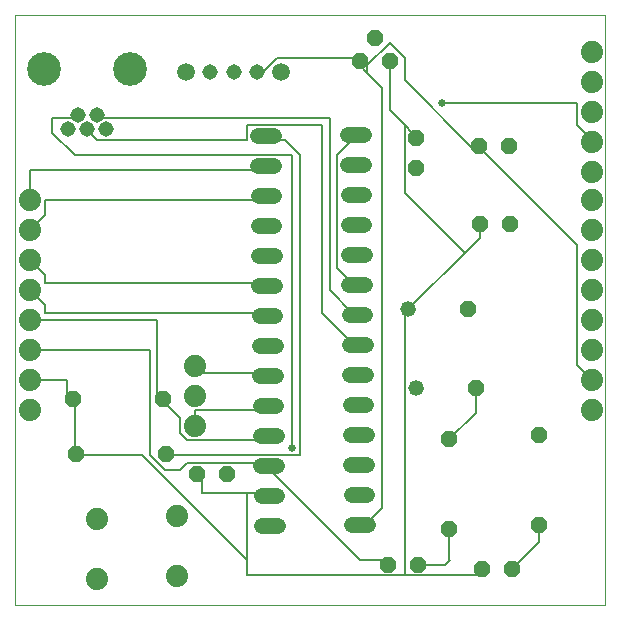
<source format=gtl>
G75*
%MOIN*%
%OFA0B0*%
%FSLAX25Y25*%
%IPPOS*%
%LPD*%
%AMOC8*
5,1,8,0,0,1.08239X$1,22.5*
%
%ADD10C,0.00000*%
%ADD11OC8,0.05200*%
%ADD12C,0.05200*%
%ADD13C,0.05150*%
%ADD14C,0.11220*%
%ADD15C,0.05200*%
%ADD16C,0.05937*%
%ADD17C,0.07400*%
%ADD18C,0.00600*%
%ADD19C,0.02578*%
D10*
X0006000Y0001300D02*
X0006000Y0198150D01*
X0202850Y0198150D01*
X0202850Y0001300D01*
X0006000Y0001300D01*
D11*
X0026445Y0051821D03*
X0025445Y0070135D03*
X0055445Y0070135D03*
X0056445Y0051821D03*
X0066685Y0044950D03*
X0076685Y0044950D03*
X0130555Y0014821D03*
X0140555Y0014821D03*
X0150795Y0026561D03*
X0161740Y0013265D03*
X0171740Y0013265D03*
X0180870Y0028006D03*
X0180870Y0058006D03*
X0159650Y0073635D03*
X0150795Y0056561D03*
X0156945Y0100061D03*
X0161185Y0128506D03*
X0171185Y0128506D03*
X0170870Y0154246D03*
X0160870Y0154246D03*
X0139630Y0157191D03*
X0139630Y0147191D03*
X0130945Y0182821D03*
X0125945Y0190321D03*
X0120945Y0182821D03*
D12*
X0136945Y0100061D03*
X0139650Y0073635D03*
D13*
X0036429Y0160002D03*
X0033280Y0164726D03*
X0030130Y0160002D03*
X0026980Y0164726D03*
X0023831Y0160002D03*
X0071051Y0179080D03*
X0078925Y0179080D03*
X0086799Y0179080D03*
D14*
X0044500Y0180080D03*
X0015760Y0180080D03*
D15*
X0087047Y0157592D02*
X0092247Y0157646D01*
X0092351Y0147647D02*
X0087152Y0147592D01*
X0087256Y0137593D02*
X0092456Y0137647D01*
X0092561Y0127648D02*
X0087361Y0127593D01*
X0087466Y0117594D02*
X0092665Y0117648D01*
X0092770Y0107649D02*
X0087570Y0107595D01*
X0087675Y0097595D02*
X0092875Y0097650D01*
X0092980Y0087650D02*
X0087780Y0087596D01*
X0087885Y0077596D02*
X0093084Y0077651D01*
X0093189Y0067651D02*
X0087989Y0067597D01*
X0088094Y0057597D02*
X0093294Y0057652D01*
X0093398Y0047652D02*
X0088199Y0047598D01*
X0088303Y0037598D02*
X0093503Y0037653D01*
X0093608Y0027653D02*
X0088408Y0027599D01*
X0118406Y0027913D02*
X0123606Y0027967D01*
X0123501Y0037967D02*
X0118302Y0037913D01*
X0118197Y0047912D02*
X0123397Y0047966D01*
X0123292Y0057966D02*
X0118092Y0057911D01*
X0117988Y0067911D02*
X0123187Y0067965D01*
X0123083Y0077965D02*
X0117883Y0077910D01*
X0117778Y0087910D02*
X0122978Y0087964D01*
X0122873Y0097964D02*
X0117673Y0097909D01*
X0117569Y0107909D02*
X0122768Y0107963D01*
X0122664Y0117963D02*
X0117464Y0117908D01*
X0117359Y0127908D02*
X0122559Y0127962D01*
X0122454Y0137961D02*
X0117255Y0137907D01*
X0117150Y0147906D02*
X0122350Y0147961D01*
X0122245Y0157960D02*
X0117045Y0157906D01*
D16*
X0094673Y0179080D03*
X0063177Y0179080D03*
D17*
X0011000Y0136300D03*
X0011000Y0126300D03*
X0011000Y0116300D03*
X0011000Y0106300D03*
X0011000Y0096300D03*
X0011000Y0086300D03*
X0011000Y0076300D03*
X0011000Y0066300D03*
X0033245Y0030131D03*
X0033245Y0010131D03*
X0059925Y0010895D03*
X0059925Y0030895D03*
X0066000Y0061191D03*
X0066000Y0071191D03*
X0066000Y0081191D03*
X0198500Y0076300D03*
X0198500Y0066300D03*
X0198500Y0086300D03*
X0198500Y0096300D03*
X0198500Y0106300D03*
X0198500Y0116300D03*
X0198500Y0126300D03*
X0198500Y0136300D03*
X0198500Y0145635D03*
X0198500Y0155635D03*
X0198500Y0165635D03*
X0198500Y0175635D03*
X0198500Y0185635D03*
D18*
X0193500Y0168800D02*
X0193500Y0161300D01*
X0198500Y0156300D01*
X0198500Y0155635D01*
X0193500Y0168800D02*
X0148500Y0168800D01*
X0138500Y0158800D02*
X0139630Y0157191D01*
X0138500Y0158800D02*
X0136000Y0161300D01*
X0136000Y0138800D01*
X0156000Y0118800D01*
X0138500Y0101300D01*
X0136945Y0100061D01*
X0136000Y0098800D01*
X0136000Y0011300D01*
X0161000Y0011300D01*
X0161740Y0013265D01*
X0171740Y0013265D02*
X0180870Y0022395D01*
X0180870Y0028006D01*
X0150795Y0026561D02*
X0150795Y0016505D01*
X0151000Y0016300D01*
X0149521Y0014821D01*
X0140555Y0014821D01*
X0136000Y0011300D02*
X0083500Y0011300D01*
X0083500Y0016300D01*
X0048500Y0051300D01*
X0028500Y0051300D01*
X0026445Y0051821D01*
X0026000Y0053800D01*
X0026000Y0068800D01*
X0025445Y0070135D01*
X0023500Y0071300D01*
X0023500Y0076300D01*
X0011000Y0076300D01*
X0011000Y0086300D02*
X0051000Y0086300D01*
X0051000Y0051300D01*
X0056000Y0046300D01*
X0061000Y0046300D01*
X0063500Y0048800D01*
X0088500Y0048800D01*
X0090799Y0047625D01*
X0091000Y0046300D01*
X0121000Y0016300D01*
X0128500Y0016300D01*
X0130555Y0014821D01*
X0123500Y0028800D02*
X0121006Y0027940D01*
X0123500Y0028800D02*
X0128500Y0033800D01*
X0128500Y0173800D01*
X0123500Y0178800D01*
X0123500Y0181300D01*
X0131000Y0188800D01*
X0136000Y0183800D01*
X0136000Y0176300D01*
X0158500Y0153800D01*
X0160870Y0154246D01*
X0161000Y0153800D01*
X0193500Y0121300D01*
X0193500Y0081300D01*
X0198500Y0076300D01*
X0159650Y0073635D02*
X0159650Y0065415D01*
X0150795Y0056561D01*
X0120378Y0087937D02*
X0118500Y0088800D01*
X0108500Y0098800D01*
X0108500Y0161300D01*
X0083500Y0161300D01*
X0083500Y0156300D01*
X0033500Y0156300D01*
X0031000Y0158800D01*
X0030130Y0160002D01*
X0033500Y0163800D02*
X0033280Y0164726D01*
X0033500Y0163800D02*
X0111000Y0163800D01*
X0111000Y0106300D01*
X0118500Y0098800D01*
X0120273Y0097936D01*
X0120169Y0107936D02*
X0118500Y0108800D01*
X0113500Y0113800D01*
X0113500Y0151300D01*
X0118500Y0156300D01*
X0119645Y0157933D01*
X0131000Y0166300D02*
X0131000Y0181300D01*
X0130945Y0182821D01*
X0123500Y0178800D02*
X0121000Y0181300D01*
X0120945Y0182821D01*
X0118500Y0183800D01*
X0093500Y0183800D01*
X0088500Y0178800D01*
X0086799Y0179080D01*
X0089647Y0157619D02*
X0091000Y0156300D01*
X0096000Y0156300D01*
X0101000Y0151300D01*
X0101000Y0051300D01*
X0058500Y0051300D01*
X0056445Y0051821D01*
X0061000Y0058800D02*
X0063500Y0056300D01*
X0088500Y0056300D01*
X0090694Y0057624D01*
X0098500Y0053800D02*
X0098500Y0151300D01*
X0026000Y0151300D01*
X0018500Y0158800D01*
X0018500Y0163800D01*
X0026000Y0163800D01*
X0026980Y0164726D01*
X0011000Y0146300D02*
X0011000Y0136300D01*
X0016000Y0136300D02*
X0016000Y0131300D01*
X0011000Y0126300D01*
X0011000Y0116300D02*
X0016000Y0111300D01*
X0016000Y0108800D01*
X0088500Y0108800D01*
X0090170Y0107622D01*
X0088500Y0098800D02*
X0090275Y0097622D01*
X0088500Y0098800D02*
X0016000Y0098800D01*
X0016000Y0101300D01*
X0011000Y0106300D01*
X0011000Y0096300D02*
X0053500Y0096300D01*
X0053500Y0071300D01*
X0055445Y0070135D01*
X0056000Y0068800D01*
X0061000Y0063800D01*
X0061000Y0058800D01*
X0066000Y0061191D02*
X0066000Y0066300D01*
X0088500Y0066300D01*
X0090589Y0067624D01*
X0090484Y0077623D02*
X0088500Y0078800D01*
X0066000Y0078800D01*
X0066000Y0081191D01*
X0066685Y0044950D02*
X0068500Y0043800D01*
X0068500Y0038800D01*
X0083500Y0038800D01*
X0083500Y0016300D01*
X0090903Y0037626D02*
X0088500Y0038800D01*
X0083500Y0038800D01*
X0156000Y0118800D02*
X0161000Y0123800D01*
X0161000Y0126300D01*
X0161185Y0128506D01*
X0136000Y0161300D02*
X0131000Y0166300D01*
X0089751Y0147620D02*
X0088500Y0146300D01*
X0011000Y0146300D01*
X0016000Y0136300D02*
X0088500Y0136300D01*
X0089856Y0137620D01*
D19*
X0148500Y0168800D03*
X0098500Y0053800D03*
M02*

</source>
